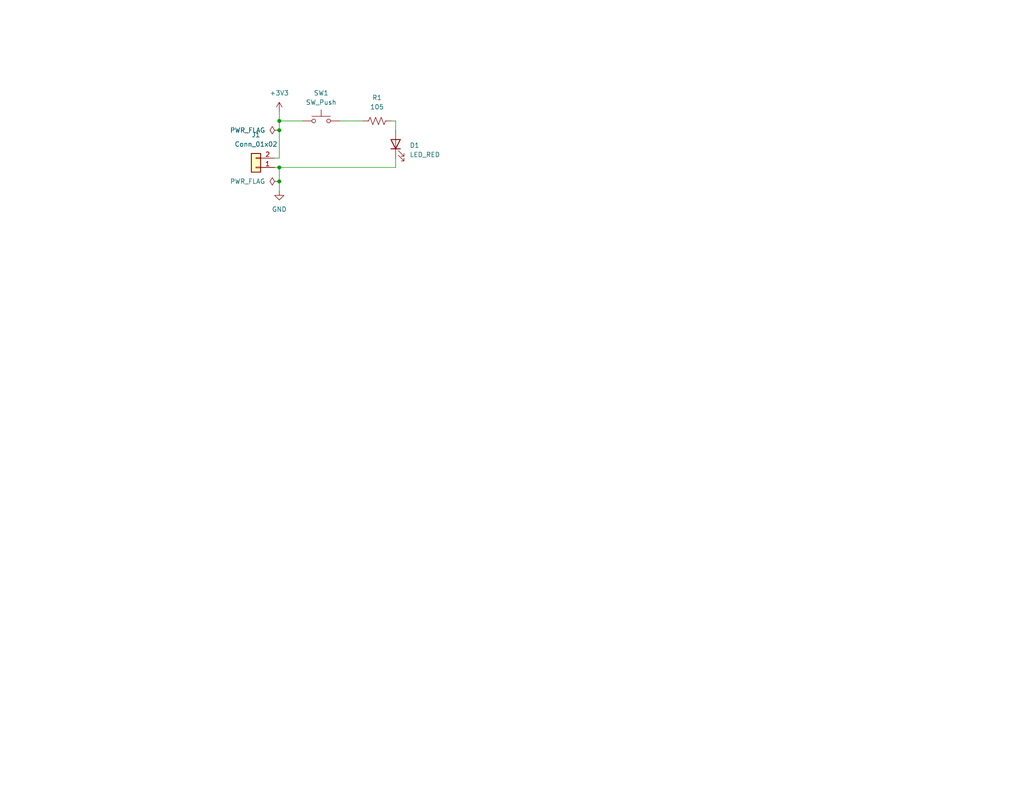
<source format=kicad_sch>
(kicad_sch (version 20230121) (generator eeschema)
  (paper "USLetter")
  (title_block (title "LED Project") (date "2023-09-10") (rev "0.0") (company "Illini Solar Car") (comment 1 "Designed By: Tim Hsueh"))
  (lib_symbols
    (symbol "Connector_Generic:Conn_01x02" (pin_names (offset 1.016) hide)
      (property "Reference" "J" (at 0 2.54 0))
      (property "Value" "Conn_01x02" (at 0 -5.08 0))
      (symbol "Conn_01x02_1_1"
        (rectangle (start -1.27 -2.413) (end 0 -2.667) (stroke (width 0.1524)))
        (rectangle (start -1.27 0.127) (end 0 -0.127) (stroke (width 0.1524)))
        (rectangle (start -1.27 1.27) (end 1.27 -3.81) (stroke (width 0.254)) (fill (type background)))
        (pin passive line (at -5.08 0 0) (length 3.81) (name "Pin_1") (number "1"))
        (pin passive line (at -5.08 -2.54 0) (length 3.81) (name "Pin_2") (number "2"))
      )
    )
    (symbol "Switch:SW_Push" (pin_numbers hide) (pin_names (offset 1.016) hide)
      (property "Reference" "SW" (at 1.27 2.54 0))
      (property "Value" "SW_Push" (at 0 -1.524 0))
      (symbol "SW_Push_0_1"
        (circle (center -2.032 0) (radius 0.508))
        (polyline (pts (xy 0 1.27) (xy 0 3.048)))
        (polyline (pts (xy 2.54 1.27) (xy -2.54 1.27)))
        (circle (center 2.032 0) (radius 0.508))
        (pin passive line (at -5.08 0 0) (length 2.54) (name "1") (number "1"))
        (pin passive line (at 5.08 0 180) (length 2.54) (name "2") (number "2"))
      )
    )
    (symbol "device:LED" (pin_numbers hide) (pin_names (offset 1.016) hide)
      (property "Reference" "D" (at 0 2.54 0))
      (property "Value" "LED" (at 0 -2.54 0))
      (symbol "LED_0_1"
        (polyline (pts (xy -1.27 -1.27) (xy -1.27 1.27)) (stroke (width 0.254)))
        (polyline (pts (xy -1.27 0) (xy 1.27 0)))
        (polyline (pts (xy 1.27 -1.27) (xy 1.27 1.27) (xy -1.27 0) (xy 1.27 -1.27)) (stroke (width 0.254)))
        (polyline (pts (xy -3.048 -0.762) (xy -4.572 -2.286) (xy -3.81 -2.286) (xy -4.572 -2.286) (xy -4.572 -1.524)))
        (polyline (pts (xy -1.778 -0.762) (xy -3.302 -2.286) (xy -2.54 -2.286) (xy -3.302 -2.286) (xy -3.302 -1.524)))
      )
      (symbol "LED_1_1"
        (pin passive line (at -3.81 0 0) (length 2.54) (name "K") (number "1"))
        (pin passive line (at 3.81 0 180) (length 2.54) (name "A") (number "2"))
      )
    )
    (symbol "device:R_US" (pin_numbers hide) (pin_names (offset 0))
      (property "Reference" "R" (at 2.54 0 90))
      (property "Value" "R_US" (at -2.54 0 90))
      (symbol "R_US_0_1"
        (polyline (pts (xy 0 -2.286) (xy 0 -2.54)))
        (polyline (pts (xy 0 2.286) (xy 0 2.54)))
        (polyline (pts (xy 0 -0.762) (xy 1.016 -1.143) (xy 0 -1.524) (xy -1.016 -1.905) (xy 0 -2.286)))
        (polyline (pts (xy 0 0.762) (xy 1.016 0.381) (xy 0 0) (xy -1.016 -0.381) (xy 0 -0.762)))
        (polyline (pts (xy 0 2.286) (xy 1.016 1.905) (xy 0 1.524) (xy -1.016 1.143) (xy 0 0.762)))
      )
      (symbol "R_US_1_1"
        (pin passive line (at 0 3.81 270) (length 1.27) (name "~") (number "1"))
        (pin passive line (at 0 -3.81 90) (length 1.27) (name "~") (number "2"))
      )
    )
    (symbol "power:+3V3" (power) (pin_names (offset 0))
      (property "Value" "+3V3" (at 0 3.556 0))
      (symbol "+3V3_0_1"
        (polyline (pts (xy -0.762 1.27) (xy 0 2.54)))
        (polyline (pts (xy 0 0) (xy 0 2.54)))
        (polyline (pts (xy 0 2.54) (xy 0.762 1.27)))
      )
      (symbol "+3V3_1_1"
        (pin power_in line (at 0 0 90) (length 0) hide (name "+3V3") (number "1"))
      )
    )
    (symbol "power:GND" (power) (pin_names (offset 0))
      (property "Value" "GND" (at 0 -3.81 0))
      (symbol "GND_0_1"
        (polyline (pts (xy 0 0) (xy 0 -1.27) (xy 1.27 -1.27) (xy 0 -2.54) (xy -1.27 -1.27) (xy 0 -1.27)))
      )
      (symbol "GND_1_1"
        (pin power_in line (at 0 0 270) (length 0) hide (name "GND") (number "1"))
      )
    )
    (symbol "power:PWR_FLAG" (power) (pin_numbers hide) (pin_names (offset 0) hide)
      (property "Value" "PWR_FLAG" (at 0 3.81 0))
      (symbol "PWR_FLAG_0_0"
        (pin power_out line (at 0 0 90) (length 0) (name "pwr") (number "1"))
      )
      (symbol "PWR_FLAG_0_1"
        (polyline (pts (xy 0 0) (xy 0 1.27) (xy -1.016 1.905) (xy 0 2.54) (xy 1.016 1.905) (xy 0 1.27)))
      )
    )
  )
  (junction (at 76.2 33.02))
  (junction (at 76.2 35.56))
  (junction (at 76.2 45.72))
  (junction (at 76.2 49.53))
  (wire (pts (xy 76.2 43.18) (xy 74.93 43.18)))
  (wire (pts (xy 76.2 35.56) (xy 76.2 43.18)))
  (wire (pts (xy 76.2 33.02) (xy 82.55 33.02)))
  (wire (pts (xy 76.2 30.48) (xy 76.2 33.02)))
  (wire (pts (xy 107.95 43.18) (xy 107.95 45.72)))
  (wire (pts (xy 76.2 33.02) (xy 76.2 35.56)))
  (wire (pts (xy 107.95 33.02) (xy 107.95 35.56)))
  (wire (pts (xy 76.2 52.07) (xy 76.2 49.53)))
  (wire (pts (xy 92.71 33.02) (xy 99.06 33.02)))
  (wire (pts (xy 76.2 45.72) (xy 107.95 45.72)))
  (wire (pts (xy 76.2 49.53) (xy 76.2 45.72)))
  (wire (pts (xy 106.68 33.02) (xy 107.95 33.02)))
  (wire (pts (xy 76.2 45.72) (xy 74.93 45.72)))
  (symbol (lib_id "power:PWR_FLAG") (at 76.2 49.53 90) (unit 1)
    (property "Reference" "#FLG02" (effects hide))
    (property "Value" "PWR_FLAG" (at 72.39 49.53 90) (effects (justify left)))
  )
  (symbol (lib_id "power:PWR_FLAG") (at 76.2 35.56 90) (unit 1)
    (property "Reference" "#FLG01" (effects hide))
    (property "Value" "PWR_FLAG" (at 72.39 35.56 90) (effects (justify left)))
  )
  (symbol (lib_id "device:LED") (at 107.95 39.37 90) (unit 1)
    (property "Reference" "D1" (at 111.76 39.6875 90) (effects (justify right)))
    (property "Value" "LED_RED" (at 111.76 42.2275 90) (effects (justify right)))
    (property "Footprint" "layout:LED_0603_Symbol_on_F.SilkS" (effects hide))
  )
  (symbol (lib_id "device:R_US") (at 102.87 33.02 90) (unit 1)
    (property "Reference" "R1" (at 102.87 26.67 90))
    (property "Value" "105" (at 102.87 29.21 90))
    (property "Footprint" "Resistor_SMD:R_0603_1608Metric_Pad0.98x0.95mm_HandSolder" (effects hide))
  )
  (symbol (lib_id "Switch:SW_Push") (at 87.63 33.02 0) (unit 1)
    (property "Reference" "SW1" (at 87.63 25.4 0))
    (property "Value" "SW_Push" (at 87.63 27.94 0))
    (property "Footprint" "Button_Switch_SMD:SW_DIP_SPSTx01_Slide_6.7x4.1mm_W8.61mm_P2.54mm_LowProfile" (effects hide))
    (property "Datasheet" "https://www.te.com/usa-en/product-1825910-6.datasheet.pdf" (effects hide))
    (property "MPN" "1825910-6" (effects hide))
  )
  (symbol (lib_id "power:GND") (at 76.2 52.07 0) (unit 1)
    (property "Reference" "#PWR02" (effects hide))
    (property "Value" "GND" (at 76.2 57.15 0))
  )
  (symbol (lib_id "Connector_Generic:Conn_01x02") (at 69.85 45.72 180) (unit 1)
    (property "Reference" "J1" (at 69.85 36.83 0))
    (property "Value" "Conn_01x02" (at 69.85 39.37 0))
    (property "Footprint" "Connector_Molex:Molex_KK-254_AE-6410-02A_1x02_P2.54mm_Vertical" (effects hide))
    (property "Datasheet" "https://tools.molex.com/pdm_docs/sd/022272021_sd.pdf" (effects hide))
    (property "MPN" "022272021" (effects hide))
  )
  (symbol (lib_id "power:+3V3") (at 76.2 30.48 0) (unit 1)
    (property "Reference" "#PWR01" (effects hide))
    (property "Value" "+3V3" (at 76.2 25.4 0))
  )
)
</source>
